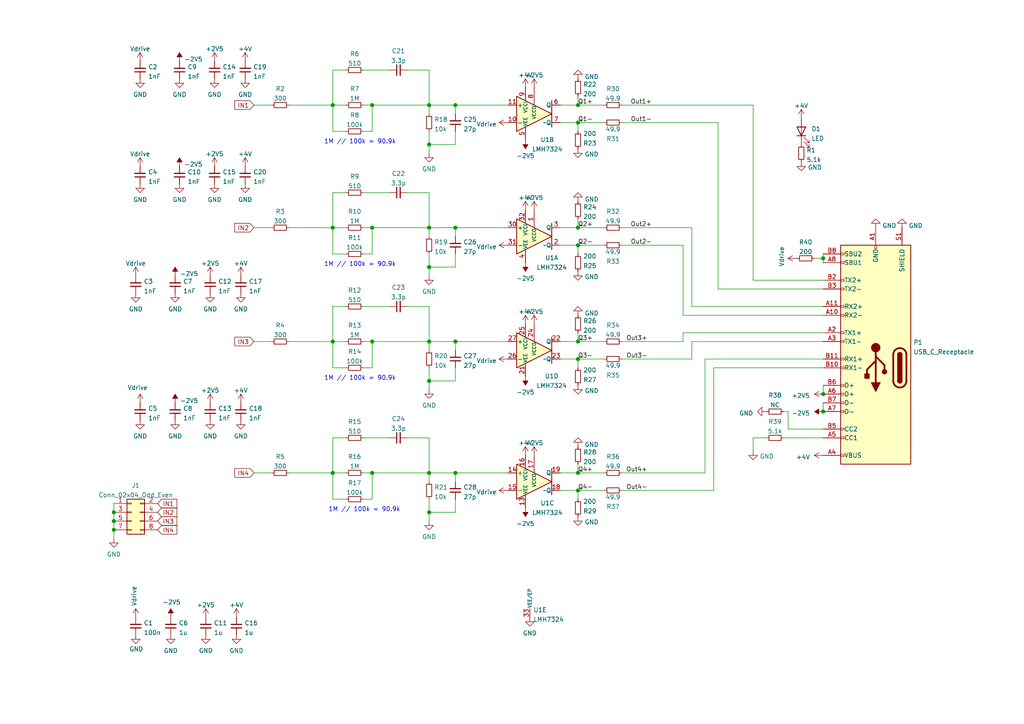
<source format=kicad_sch>
(kicad_sch (version 20210621) (generator eeschema)
  (paper "A4")
  (lib_symbols
    (symbol "Comparator:LMH7324" (pin_names (offset 0.127))
      (property "Reference" "U" (at 1.905 5.715 0))
      (property "Value" "LMH7324" (at 4.445 -5.08 0))
      (symbol "LMH7324_1_1"
        (pin power_in line (at 0 7.62 270) (length 5.08) (name "VCCO") (number "1"))
        (pin output line (at 7.62 -2.54 180) (length 2.54) (name "~Q") (number "2"))
        (pin passive line (at -2.54 -7.62 90) (length 3.81) hide (name "VEE") (number "29"))
        (pin output line (at 7.62 2.54 180) (length 2.54) (name "Q") (number "3"))
        (pin input line (at -7.62 2.54 0) (length 2.54) (name "+") (number "30"))
        (pin input line (at -7.62 -2.54 0) (length 2.54) (name "-") (number "31"))
        (pin power_in line (at -2.54 7.62 270) (length 3.81) (name "VCCI") (number "32"))
        (pin power_in line (at -2.54 -7.62 90) (length 3.81) (name "VEE") (number "4"))
      )
      (symbol "LMH7324_2_1"
        (pin input line (at -7.62 -2.54 0) (length 2.54) (name "-") (number "10"))
        (pin input line (at -7.62 2.54 0) (length 2.54) (name "+") (number "11"))
        (pin passive line (at -2.54 -7.62 90) (length 3.81) hide (name "VEE") (number "12"))
        (pin power_in line (at -2.54 -7.62 90) (length 3.81) (name "VEE") (number "5"))
        (pin output line (at 7.62 2.54 180) (length 2.54) (name "Q") (number "6"))
        (pin output line (at 7.62 -2.54 180) (length 2.54) (name "~Q") (number "7"))
        (pin power_in line (at 0 7.62 270) (length 5.08) (name "VCCO") (number "8"))
        (pin power_in line (at -2.54 7.62 270) (length 3.81) (name "VCCI") (number "9"))
      )
      (symbol "LMH7324_3_1"
        (pin power_in line (at -2.54 -7.62 90) (length 3.81) (name "VEE") (number "13"))
        (pin input line (at -7.62 2.54 0) (length 2.54) (name "+") (number "14"))
        (pin input line (at -7.62 -2.54 0) (length 2.54) (name "-") (number "15"))
        (pin power_in line (at -2.54 7.62 270) (length 3.81) (name "VCCI") (number "16"))
        (pin power_in line (at 0 7.62 270) (length 5.08) (name "VCCO") (number "17"))
        (pin output line (at 7.62 -2.54 180) (length 2.54) (name "~Q") (number "18"))
        (pin output line (at 7.62 2.54 180) (length 2.54) (name "Q") (number "19"))
        (pin passive line (at -2.54 -7.62 90) (length 3.81) hide (name "VEE") (number "20"))
      )
      (symbol "LMH7324_4_1"
        (pin power_in line (at -2.54 -7.62 90) (length 3.81) (name "VEE") (number "21"))
        (pin output line (at 7.62 2.54 180) (length 2.54) (name "Q") (number "22"))
        (pin output line (at 7.62 -2.54 180) (length 2.54) (name "~Q") (number "23"))
        (pin power_in line (at 0 7.62 270) (length 5.08) (name "VCCO") (number "24"))
        (pin power_in line (at -2.54 7.62 270) (length 3.81) (name "VCCI") (number "25"))
        (pin input line (at -7.62 -2.54 0) (length 2.54) (name "-") (number "26"))
        (pin input line (at -7.62 2.54 0) (length 2.54) (name "+") (number "27"))
        (pin passive line (at -2.54 -7.62 90) (length 3.81) hide (name "VEE") (number "28"))
      )
      (symbol "LMH7324_5_1"
        (pin power_in line (at 0 -2.54 90) (length 2.54) (name "VEE/EP") (number "33"))
      )
    )
    (symbol "Connector:USB_C_Receptacle" (pin_names (offset 1.016))
      (property "Reference" "J" (at -10.16 29.21 0))
      (property "Value" "USB_C_Receptacle" (at 10.16 29.21 0))
      (symbol "USB_C_Receptacle_1_1"
        (pin passive line (at 0 -40.64 90) (length 5.08) (name "GND") (number "A1"))
        (pin bidirectional line (at 15.24 -15.24 180) (length 5.08) (name "RX2-") (number "A10"))
        (pin bidirectional line (at 15.24 -17.78 180) (length 5.08) (name "RX2+") (number "A11"))
        (pin passive line (at 0 -40.64 90) (length 5.08) hide (name "GND") (number "A12"))
        (pin bidirectional line (at 15.24 -10.16 180) (length 5.08) (name "TX1+") (number "A2"))
        (pin bidirectional line (at 15.24 -7.62 180) (length 5.08) (name "TX1-") (number "A3"))
        (pin passive line (at 15.24 25.4 180) (length 5.08) (name "VBUS") (number "A4"))
        (pin bidirectional line (at 15.24 20.32 180) (length 5.08) (name "CC1") (number "A5"))
        (pin bidirectional line (at 15.24 7.62 180) (length 5.08) (name "D+") (number "A6"))
        (pin bidirectional line (at 15.24 12.7 180) (length 5.08) (name "D-") (number "A7"))
        (pin bidirectional line (at 15.24 -30.48 180) (length 5.08) (name "SBU1") (number "A8"))
        (pin passive line (at 15.24 25.4 180) (length 5.08) hide (name "VBUS") (number "A9"))
        (pin passive line (at 0 -40.64 90) (length 5.08) hide (name "GND") (number "B1"))
        (pin bidirectional line (at 15.24 0 180) (length 5.08) (name "RX1-") (number "B10"))
        (pin bidirectional line (at 15.24 -2.54 180) (length 5.08) (name "RX1+") (number "B11"))
        (pin passive line (at 0 -40.64 90) (length 5.08) hide (name "GND") (number "B12"))
        (pin bidirectional line (at 15.24 -25.4 180) (length 5.08) (name "TX2+") (number "B2"))
        (pin bidirectional line (at 15.24 -22.86 180) (length 5.08) (name "TX2-") (number "B3"))
        (pin passive line (at 15.24 25.4 180) (length 5.08) hide (name "VBUS") (number "B4"))
        (pin bidirectional line (at 15.24 17.78 180) (length 5.08) (name "CC2") (number "B5"))
        (pin bidirectional line (at 15.24 5.08 180) (length 5.08) (name "D+") (number "B6"))
        (pin bidirectional line (at 15.24 10.16 180) (length 5.08) (name "D-") (number "B7"))
        (pin bidirectional line (at 15.24 -33.02 180) (length 5.08) (name "SBU2") (number "B8"))
        (pin passive line (at 15.24 25.4 180) (length 5.08) hide (name "VBUS") (number "B9"))
        (pin passive line (at -7.62 -40.64 90) (length 5.08) (name "SHIELD") (number "S1"))
      )
    )
    (symbol "Connector_Generic:Conn_02x04_Odd_Even" (pin_names (offset 1.016) hide)
      (property "Reference" "J" (at 1.27 5.08 0))
      (property "Value" "Conn_02x04_Odd_Even" (at 1.27 -7.62 0))
      (symbol "Conn_02x04_Odd_Even_1_1"
        (pin passive line (at -5.08 2.54 0) (length 3.81) (name "Pin_1") (number "1"))
        (pin passive line (at 7.62 2.54 180) (length 3.81) (name "Pin_2") (number "2"))
        (pin passive line (at -5.08 0 0) (length 3.81) (name "Pin_3") (number "3"))
        (pin passive line (at 7.62 0 180) (length 3.81) (name "Pin_4") (number "4"))
        (pin passive line (at -5.08 -2.54 0) (length 3.81) (name "Pin_5") (number "5"))
        (pin passive line (at 7.62 -2.54 180) (length 3.81) (name "Pin_6") (number "6"))
        (pin passive line (at -5.08 -5.08 0) (length 3.81) (name "Pin_7") (number "7"))
        (pin passive line (at 7.62 -5.08 180) (length 3.81) (name "Pin_8") (number "8"))
      )
    )
    (symbol "Device:C_Small" (pin_numbers hide) (pin_names (offset 0.254) hide)
      (property "Reference" "C" (at 0.254 1.778 0))
      (property "Value" "C_Small" (at 0.254 -2.032 0))
      (symbol "C_Small_1_1"
        (pin passive line (at 0 2.54 270) (length 2.032) (name "~") (number "1"))
        (pin passive line (at 0 -2.54 90) (length 2.032) (name "~") (number "2"))
      )
    )
    (symbol "Device:LED" (pin_numbers hide) (pin_names (offset 1.016) hide)
      (property "Reference" "D" (at 0 2.54 0))
      (property "Value" "LED" (at 0 -2.54 0))
      (symbol "LED_1_1"
        (pin passive line (at -3.81 0 0) (length 2.54) (name "K") (number "1"))
        (pin passive line (at 3.81 0 180) (length 2.54) (name "A") (number "2"))
      )
    )
    (symbol "Device:R_Small" (pin_numbers hide) (pin_names (offset 0.254) hide)
      (property "Reference" "R" (at 0.762 0.508 0))
      (property "Value" "R_Small" (at 0.762 -1.016 0))
      (symbol "R_Small_1_1"
        (pin passive line (at 0 2.54 270) (length 0.762) (name "~") (number "1"))
        (pin passive line (at 0 -2.54 90) (length 0.762) (name "~") (number "2"))
      )
    )
    (symbol "power:+2V5" (power) (pin_names (offset 0))
      (property "Value" "+2V5" (at 0 3.556 0))
      (symbol "+2V5_1_1"
        (pin power_in line (at 0 0 90) (length 0) hide (name "+2V5") (number "1"))
      )
    )
    (symbol "power:+4V" (power) (pin_names (offset 0))
      (property "Value" "+4V" (at 0 3.556 0))
      (symbol "+4V_1_1"
        (pin power_in line (at 0 0 90) (length 0) hide (name "+4V") (number "1"))
      )
    )
    (symbol "power:-2V5" (power) (pin_names (offset 0))
      (property "Value" "-2V5" (at 0 3.81 0))
      (symbol "-2V5_0_0"
        (pin power_in line (at 0 0 90) (length 0) hide (name "-2V5") (number "1"))
      )
    )
    (symbol "power:GND" (power) (pin_names (offset 0))
      (property "Value" "GND" (at 0 -3.81 0))
      (symbol "GND_1_1"
        (pin power_in line (at 0 0 270) (length 0) hide (name "GND") (number "1"))
      )
    )
    (symbol "power:Vdrive" (power) (pin_names (offset 0))
      (property "Value" "Vdrive" (at 0 3.81 0))
      (symbol "Vdrive_1_1"
        (pin power_in line (at 0 0 90) (length 0) hide (name "Vdrive") (number "1"))
      )
    )
  )
  (junction (at 33.02 148.59) (diameter 1.016))
  (junction (at 33.02 151.13) (diameter 1.016))
  (junction (at 33.02 153.67) (diameter 1.016))
  (junction (at 96.52 30.48) (diameter 1.016))
  (junction (at 96.52 66.04) (diameter 1.016))
  (junction (at 96.52 99.06) (diameter 1.016))
  (junction (at 96.52 137.16) (diameter 1.016))
  (junction (at 107.95 30.48) (diameter 1.016))
  (junction (at 107.95 66.04) (diameter 1.016))
  (junction (at 107.95 99.06) (diameter 1.016))
  (junction (at 107.95 137.16) (diameter 1.016))
  (junction (at 124.46 30.48) (diameter 1.016))
  (junction (at 124.46 41.91) (diameter 1.016))
  (junction (at 124.46 66.04) (diameter 1.016))
  (junction (at 124.46 77.47) (diameter 1.016))
  (junction (at 124.46 99.06) (diameter 1.016))
  (junction (at 124.46 110.49) (diameter 1.016))
  (junction (at 124.46 137.16) (diameter 1.016))
  (junction (at 124.46 148.59) (diameter 1.016))
  (junction (at 132.08 30.48) (diameter 1.016))
  (junction (at 132.08 66.04) (diameter 1.016))
  (junction (at 132.08 99.06) (diameter 1.016))
  (junction (at 132.08 137.16) (diameter 1.016))
  (junction (at 167.64 30.48) (diameter 1.016))
  (junction (at 167.64 35.56) (diameter 1.016))
  (junction (at 167.64 66.04) (diameter 1.016))
  (junction (at 167.64 71.12) (diameter 1.016))
  (junction (at 167.64 99.06) (diameter 1.016))
  (junction (at 167.64 104.14) (diameter 1.016))
  (junction (at 167.64 137.16) (diameter 1.016))
  (junction (at 167.64 142.24) (diameter 1.016))
  (junction (at 238.76 74.93) (diameter 1.016))
  (junction (at 238.76 114.3) (diameter 1.016))
  (junction (at 238.76 119.38) (diameter 1.016))
  (wire (pts (xy 33.02 146.05) (xy 33.02 148.59)))
  (wire (pts (xy 33.02 148.59) (xy 33.02 151.13)))
  (wire (pts (xy 33.02 151.13) (xy 33.02 153.67)))
  (wire (pts (xy 33.02 153.67) (xy 33.02 156.21)))
  (wire (pts (xy 73.66 30.48) (xy 78.74 30.48)))
  (wire (pts (xy 73.66 66.04) (xy 78.74 66.04)))
  (wire (pts (xy 73.66 99.06) (xy 78.74 99.06)))
  (wire (pts (xy 73.66 137.16) (xy 78.74 137.16)))
  (wire (pts (xy 83.82 30.48) (xy 96.52 30.48)))
  (wire (pts (xy 83.82 66.04) (xy 96.52 66.04)))
  (wire (pts (xy 83.82 99.06) (xy 96.52 99.06)))
  (wire (pts (xy 83.82 137.16) (xy 96.52 137.16)))
  (wire (pts (xy 96.52 20.32) (xy 96.52 30.48)))
  (wire (pts (xy 96.52 30.48) (xy 100.33 30.48)))
  (wire (pts (xy 96.52 38.1) (xy 96.52 30.48)))
  (wire (pts (xy 96.52 55.88) (xy 96.52 66.04)))
  (wire (pts (xy 96.52 66.04) (xy 100.33 66.04)))
  (wire (pts (xy 96.52 73.66) (xy 96.52 66.04)))
  (wire (pts (xy 96.52 88.9) (xy 96.52 99.06)))
  (wire (pts (xy 96.52 99.06) (xy 100.33 99.06)))
  (wire (pts (xy 96.52 106.68) (xy 96.52 99.06)))
  (wire (pts (xy 96.52 127) (xy 96.52 137.16)))
  (wire (pts (xy 96.52 137.16) (xy 100.33 137.16)))
  (wire (pts (xy 96.52 144.78) (xy 96.52 137.16)))
  (wire (pts (xy 100.33 20.32) (xy 96.52 20.32)))
  (wire (pts (xy 100.33 38.1) (xy 96.52 38.1)))
  (wire (pts (xy 100.33 55.88) (xy 96.52 55.88)))
  (wire (pts (xy 100.33 73.66) (xy 96.52 73.66)))
  (wire (pts (xy 100.33 88.9) (xy 96.52 88.9)))
  (wire (pts (xy 100.33 106.68) (xy 96.52 106.68)))
  (wire (pts (xy 100.33 127) (xy 96.52 127)))
  (wire (pts (xy 100.33 144.78) (xy 96.52 144.78)))
  (wire (pts (xy 105.41 20.32) (xy 113.03 20.32)))
  (wire (pts (xy 105.41 30.48) (xy 107.95 30.48)))
  (wire (pts (xy 105.41 38.1) (xy 107.95 38.1)))
  (wire (pts (xy 105.41 55.88) (xy 113.03 55.88)))
  (wire (pts (xy 105.41 66.04) (xy 107.95 66.04)))
  (wire (pts (xy 105.41 73.66) (xy 107.95 73.66)))
  (wire (pts (xy 105.41 88.9) (xy 113.03 88.9)))
  (wire (pts (xy 105.41 99.06) (xy 107.95 99.06)))
  (wire (pts (xy 105.41 106.68) (xy 107.95 106.68)))
  (wire (pts (xy 105.41 127) (xy 113.03 127)))
  (wire (pts (xy 105.41 137.16) (xy 107.95 137.16)))
  (wire (pts (xy 105.41 144.78) (xy 107.95 144.78)))
  (wire (pts (xy 107.95 30.48) (xy 124.46 30.48)))
  (wire (pts (xy 107.95 38.1) (xy 107.95 30.48)))
  (wire (pts (xy 107.95 66.04) (xy 124.46 66.04)))
  (wire (pts (xy 107.95 73.66) (xy 107.95 66.04)))
  (wire (pts (xy 107.95 99.06) (xy 124.46 99.06)))
  (wire (pts (xy 107.95 106.68) (xy 107.95 99.06)))
  (wire (pts (xy 107.95 137.16) (xy 124.46 137.16)))
  (wire (pts (xy 107.95 144.78) (xy 107.95 137.16)))
  (wire (pts (xy 118.11 20.32) (xy 124.46 20.32)))
  (wire (pts (xy 118.11 55.88) (xy 124.46 55.88)))
  (wire (pts (xy 118.11 88.9) (xy 124.46 88.9)))
  (wire (pts (xy 118.11 127) (xy 124.46 127)))
  (wire (pts (xy 124.46 20.32) (xy 124.46 30.48)))
  (wire (pts (xy 124.46 30.48) (xy 124.46 33.02)))
  (wire (pts (xy 124.46 30.48) (xy 132.08 30.48)))
  (wire (pts (xy 124.46 38.1) (xy 124.46 41.91)))
  (wire (pts (xy 124.46 41.91) (xy 124.46 44.45)))
  (wire (pts (xy 124.46 41.91) (xy 132.08 41.91)))
  (wire (pts (xy 124.46 55.88) (xy 124.46 66.04)))
  (wire (pts (xy 124.46 66.04) (xy 124.46 68.58)))
  (wire (pts (xy 124.46 66.04) (xy 132.08 66.04)))
  (wire (pts (xy 124.46 73.66) (xy 124.46 77.47)))
  (wire (pts (xy 124.46 77.47) (xy 124.46 80.01)))
  (wire (pts (xy 124.46 77.47) (xy 132.08 77.47)))
  (wire (pts (xy 124.46 88.9) (xy 124.46 99.06)))
  (wire (pts (xy 124.46 99.06) (xy 124.46 101.6)))
  (wire (pts (xy 124.46 99.06) (xy 132.08 99.06)))
  (wire (pts (xy 124.46 106.68) (xy 124.46 110.49)))
  (wire (pts (xy 124.46 110.49) (xy 124.46 113.03)))
  (wire (pts (xy 124.46 110.49) (xy 132.08 110.49)))
  (wire (pts (xy 124.46 127) (xy 124.46 137.16)))
  (wire (pts (xy 124.46 137.16) (xy 124.46 139.7)))
  (wire (pts (xy 124.46 137.16) (xy 132.08 137.16)))
  (wire (pts (xy 124.46 144.78) (xy 124.46 148.59)))
  (wire (pts (xy 124.46 148.59) (xy 124.46 151.13)))
  (wire (pts (xy 124.46 148.59) (xy 132.08 148.59)))
  (wire (pts (xy 132.08 30.48) (xy 132.08 33.02)))
  (wire (pts (xy 132.08 30.48) (xy 147.32 30.48)))
  (wire (pts (xy 132.08 38.1) (xy 132.08 41.91)))
  (wire (pts (xy 132.08 66.04) (xy 132.08 68.58)))
  (wire (pts (xy 132.08 66.04) (xy 147.32 66.04)))
  (wire (pts (xy 132.08 73.66) (xy 132.08 77.47)))
  (wire (pts (xy 132.08 99.06) (xy 132.08 101.6)))
  (wire (pts (xy 132.08 99.06) (xy 147.32 99.06)))
  (wire (pts (xy 132.08 106.68) (xy 132.08 110.49)))
  (wire (pts (xy 132.08 137.16) (xy 132.08 139.7)))
  (wire (pts (xy 132.08 137.16) (xy 147.32 137.16)))
  (wire (pts (xy 132.08 144.78) (xy 132.08 148.59)))
  (wire (pts (xy 162.56 30.48) (xy 167.64 30.48)))
  (wire (pts (xy 162.56 35.56) (xy 167.64 35.56)))
  (wire (pts (xy 162.56 66.04) (xy 167.64 66.04)))
  (wire (pts (xy 162.56 71.12) (xy 167.64 71.12)))
  (wire (pts (xy 162.56 99.06) (xy 167.64 99.06)))
  (wire (pts (xy 162.56 104.14) (xy 167.64 104.14)))
  (wire (pts (xy 162.56 137.16) (xy 167.64 137.16)))
  (wire (pts (xy 162.56 142.24) (xy 167.64 142.24)))
  (wire (pts (xy 167.64 27.94) (xy 167.64 30.48)))
  (wire (pts (xy 167.64 30.48) (xy 175.26 30.48)))
  (wire (pts (xy 167.64 35.56) (xy 167.64 38.1)))
  (wire (pts (xy 167.64 35.56) (xy 175.26 35.56)))
  (wire (pts (xy 167.64 63.5) (xy 167.64 66.04)))
  (wire (pts (xy 167.64 66.04) (xy 175.26 66.04)))
  (wire (pts (xy 167.64 71.12) (xy 167.64 73.66)))
  (wire (pts (xy 167.64 71.12) (xy 175.26 71.12)))
  (wire (pts (xy 167.64 96.52) (xy 167.64 99.06)))
  (wire (pts (xy 167.64 99.06) (xy 175.26 99.06)))
  (wire (pts (xy 167.64 104.14) (xy 167.64 106.68)))
  (wire (pts (xy 167.64 104.14) (xy 175.26 104.14)))
  (wire (pts (xy 167.64 134.62) (xy 167.64 137.16)))
  (wire (pts (xy 167.64 137.16) (xy 175.26 137.16)))
  (wire (pts (xy 167.64 142.24) (xy 167.64 144.78)))
  (wire (pts (xy 167.64 142.24) (xy 175.26 142.24)))
  (wire (pts (xy 180.34 30.48) (xy 218.44 30.48)))
  (wire (pts (xy 180.34 66.04) (xy 200.66 66.04)))
  (wire (pts (xy 180.34 99.06) (xy 198.12 99.06)))
  (wire (pts (xy 180.34 137.16) (xy 204.47 137.16)))
  (wire (pts (xy 198.12 71.12) (xy 180.34 71.12)))
  (wire (pts (xy 198.12 91.44) (xy 198.12 71.12)))
  (wire (pts (xy 198.12 96.52) (xy 238.76 96.52)))
  (wire (pts (xy 198.12 99.06) (xy 198.12 96.52)))
  (wire (pts (xy 200.66 66.04) (xy 200.66 88.9)))
  (wire (pts (xy 200.66 88.9) (xy 238.76 88.9)))
  (wire (pts (xy 200.66 99.06) (xy 200.66 104.14)))
  (wire (pts (xy 200.66 104.14) (xy 180.34 104.14)))
  (wire (pts (xy 204.47 104.14) (xy 238.76 104.14)))
  (wire (pts (xy 204.47 137.16) (xy 204.47 104.14)))
  (wire (pts (xy 207.01 106.68) (xy 207.01 142.24)))
  (wire (pts (xy 207.01 142.24) (xy 180.34 142.24)))
  (wire (pts (xy 208.28 35.56) (xy 180.34 35.56)))
  (wire (pts (xy 208.28 83.82) (xy 208.28 35.56)))
  (wire (pts (xy 218.44 30.48) (xy 218.44 81.28)))
  (wire (pts (xy 218.44 81.28) (xy 238.76 81.28)))
  (wire (pts (xy 218.44 127) (xy 222.25 127)))
  (wire (pts (xy 218.44 130.81) (xy 218.44 127)))
  (wire (pts (xy 227.33 119.38) (xy 228.6 119.38)))
  (wire (pts (xy 227.33 127) (xy 238.76 127)))
  (wire (pts (xy 228.6 119.38) (xy 228.6 124.46)))
  (wire (pts (xy 228.6 124.46) (xy 238.76 124.46)))
  (wire (pts (xy 236.22 74.93) (xy 238.76 74.93)))
  (wire (pts (xy 238.76 73.66) (xy 238.76 74.93)))
  (wire (pts (xy 238.76 74.93) (xy 238.76 76.2)))
  (wire (pts (xy 238.76 83.82) (xy 208.28 83.82)))
  (wire (pts (xy 238.76 91.44) (xy 198.12 91.44)))
  (wire (pts (xy 238.76 99.06) (xy 200.66 99.06)))
  (wire (pts (xy 238.76 106.68) (xy 207.01 106.68)))
  (wire (pts (xy 238.76 111.76) (xy 238.76 114.3)))
  (wire (pts (xy 238.76 116.84) (xy 238.76 119.38)))
  (text "1M // 100k = 90.9k" (at 93.98 41.91 0) (effects (font (size 1.27 1.27)) (justify left bottom)))
  (text "1M // 100k = 90.9k" (at 93.98 77.47 0) (effects (font (size 1.27 1.27)) (justify left bottom)))
  (text "1M // 100k = 90.9k" (at 93.98 110.49 0) (effects (font (size 1.27 1.27)) (justify left bottom)))
  (text "1M // 100k = 90.9k" (at 95.25 148.59 0) (effects (font (size 1.27 1.27)) (justify left bottom)))
  (label "Q1+" (at 167.64 30.48 0))
  (label "Q1-" (at 167.64 35.56 0))
  (label "Q2+" (at 167.64 66.04 0))
  (label "Q2-" (at 167.64 71.12 0))
  (label "Q3+" (at 167.64 99.06 0))
  (label "Q3-" (at 167.64 104.14 0))
  (label "Q4+" (at 167.64 137.16 0))
  (label "Q4-" (at 167.64 142.24 0))
  (label "Out4+" (at 181.5827 137.16 0))
  (label "Out3+" (at 181.61 99.06 0))
  (label "Out4-" (at 181.61 142.24 0))
  (label "Out3-" (at 181.6373 104.14 0))
  (label "Out1+" (at 182.88 30.48 0))
  (label "Out2+" (at 182.88 66.04 0))
  (label "Out1-" (at 182.9073 35.56 0))
  (label "Out2-" (at 182.9073 71.12 0))
  (global_label "IN1" (shape input) (at 45.72 146.05 0) (property "Intersheet References" "${INTERSHEET_REFS}" (effects hide)))
  (global_label "IN2" (shape input) (at 45.72 148.59 0) (property "Intersheet References" "${INTERSHEET_REFS}" (effects hide)))
  (global_label "IN3" (shape input) (at 45.72 151.13 0) (property "Intersheet References" "${INTERSHEET_REFS}" (effects hide)))
  (global_label "IN4" (shape input) (at 45.72 153.67 0) (property "Intersheet References" "${INTERSHEET_REFS}" (effects hide)))
  (global_label "IN1" (shape input) (at 73.66 30.48 180) (property "Intersheet References" "${INTERSHEET_REFS}" (effects hide)))
  (global_label "IN2" (shape input) (at 73.66 66.04 180) (property "Intersheet References" "${INTERSHEET_REFS}" (effects hide)))
  (global_label "IN3" (shape input) (at 73.66 99.06 180) (property "Intersheet References" "${INTERSHEET_REFS}" (effects hide)))
  (global_label "IN4" (shape input) (at 73.66 137.16 180) (property "Intersheet References" "${INTERSHEET_REFS}" (effects hide)))
  (symbol (lib_id "Comparator:LMH7324") (at 153.67 176.53 0) (unit 5)
    (property "Reference" "U1" (at 154.6861 176.8915 0) (effects (justify left)))
    (property "Value" "LMH7324" (at 154.6861 179.6666 0) (effects (justify left)))
    (property "Footprint" "Package_DFN_QFN:WQFN-32-1EP_5x5mm_P0.5mm_EP3.1x3.1mm" (effects hide))
    (property "Datasheet" "http://www.ti.com/lit/ds/symlink/lmh7324.pdf" (effects hide))
  )
  (symbol (lib_id "power:Vdrive") (at 39.37 80.01 0) (unit 1)
    (property "Reference" "#PWR0138" (effects hide))
    (property "Value" "Vdrive" (at 39.37 76.4054 0))
  )
  (symbol (lib_id "power:Vdrive") (at 39.37 179.07 0) (unit 1)
    (property "Reference" "#PWR0125" (effects hide))
    (property "Value" "Vdrive" (at 38.891 169.9261 90) (effects (justify right)))
  )
  (symbol (lib_id "power:Vdrive") (at 40.64 17.78 0) (unit 1)
    (property "Reference" "#PWR0154" (effects hide))
    (property "Value" "Vdrive" (at 40.64 14.1754 0))
  )
  (symbol (lib_id "power:Vdrive") (at 40.64 48.26 0) (unit 1)
    (property "Reference" "#PWR0158" (effects hide))
    (property "Value" "Vdrive" (at 40.64 44.6554 0))
  )
  (symbol (lib_id "power:Vdrive") (at 40.64 116.84 0) (unit 1)
    (property "Reference" "#PWR0141" (effects hide))
    (property "Value" "Vdrive" (at 36.9571 112.4295 0) (effects (justify left)))
  )
  (symbol (lib_id "power:-2V5") (at 49.53 179.07 0) (unit 1)
    (property "Reference" "#PWR0122" (effects hide))
    (property "Value" "-2V5" (at 47.1171 174.6595 0) (effects (justify left)))
  )
  (symbol (lib_id "power:-2V5") (at 50.8 80.01 0) (unit 1)
    (property "Reference" "#PWR0135" (effects hide))
    (property "Value" "-2V5" (at 52.1971 79.4095 0) (effects (justify left)))
  )
  (symbol (lib_id "power:-2V5") (at 50.8 116.84 0) (unit 1)
    (property "Reference" "#PWR0127" (effects hide))
    (property "Value" "-2V5" (at 52.1971 116.2395 0) (effects (justify left)))
  )
  (symbol (lib_id "power:-2V5") (at 52.07 17.78 0) (unit 1)
    (property "Reference" "#PWR0150" (effects hide))
    (property "Value" "-2V5" (at 53.4671 17.1795 0) (effects (justify left)))
  )
  (symbol (lib_id "power:-2V5") (at 52.07 48.26 0) (unit 1)
    (property "Reference" "#PWR0157" (effects hide))
    (property "Value" "-2V5" (at 53.4671 47.6595 0) (effects (justify left)))
  )
  (symbol (lib_id "power:+2V5") (at 59.69 179.07 0) (unit 1)
    (property "Reference" "#PWR0121" (effects hide))
    (property "Value" "+2V5" (at 59.69 175.4654 0))
  )
  (symbol (lib_id "power:+2V5") (at 60.96 80.01 0) (unit 1)
    (property "Reference" "#PWR0134" (effects hide))
    (property "Value" "+2V5" (at 60.96 76.4054 0))
  )
  (symbol (lib_id "power:+2V5") (at 60.96 116.84 0) (unit 1)
    (property "Reference" "#PWR0130" (effects hide))
    (property "Value" "+2V5" (at 60.96 113.2354 0))
  )
  (symbol (lib_id "power:+2V5") (at 62.23 17.78 0) (unit 1)
    (property "Reference" "#PWR0149" (effects hide))
    (property "Value" "+2V5" (at 62.23 14.1754 0))
  )
  (symbol (lib_id "power:+2V5") (at 62.23 48.26 0) (unit 1)
    (property "Reference" "#PWR0156" (effects hide))
    (property "Value" "+2V5" (at 62.23 44.6554 0))
  )
  (symbol (lib_id "power:+4V") (at 68.58 179.07 0) (unit 1)
    (property "Reference" "#PWR0119" (effects hide))
    (property "Value" "+4V" (at 68.58 175.4654 0))
  )
  (symbol (lib_id "power:+4V") (at 69.85 80.01 0) (unit 1)
    (property "Reference" "#PWR0132" (effects hide))
    (property "Value" "+4V" (at 69.85 76.4054 0))
  )
  (symbol (lib_id "power:+4V") (at 69.85 116.84 0) (unit 1)
    (property "Reference" "#PWR0129" (effects hide))
    (property "Value" "+4V" (at 69.85 113.2354 0))
  )
  (symbol (lib_id "power:+4V") (at 71.12 17.78 0) (unit 1)
    (property "Reference" "#PWR0147" (effects hide))
    (property "Value" "+4V" (at 71.12 14.1754 0))
  )
  (symbol (lib_id "power:+4V") (at 71.12 48.26 0) (unit 1)
    (property "Reference" "#PWR0155" (effects hide))
    (property "Value" "+4V" (at 71.12 44.6554 0))
  )
  (symbol (lib_id "power:Vdrive") (at 147.32 35.56 90) (unit 1)
    (property "Reference" "#PWR0161" (effects hide))
    (property "Value" "Vdrive" (at 138.1761 36.039 90) (effects (justify right)))
  )
  (symbol (lib_id "power:Vdrive") (at 147.32 71.12 90) (unit 1)
    (property "Reference" "#PWR0101" (effects hide))
    (property "Value" "Vdrive" (at 138.1761 71.599 90) (effects (justify right)))
  )
  (symbol (lib_id "power:Vdrive") (at 147.32 104.14 90) (unit 1)
    (property "Reference" "#PWR0105" (effects hide))
    (property "Value" "Vdrive" (at 138.1761 104.619 90) (effects (justify right)))
  )
  (symbol (lib_id "power:Vdrive") (at 147.32 142.24 90) (unit 1)
    (property "Reference" "#PWR0110" (effects hide))
    (property "Value" "Vdrive" (at 138.1761 142.719 90) (effects (justify right)))
  )
  (symbol (lib_id "power:+4V") (at 152.4 25.4 0) (unit 1)
    (property "Reference" "#PWR0163" (effects hide))
    (property "Value" "+4V" (at 152.4 21.7954 0))
  )
  (symbol (lib_id "power:-2V5") (at 152.4 40.64 180) (unit 1)
    (property "Reference" "#PWR0160" (effects hide))
    (property "Value" "-2V5" (at 152.4 45.2026 0))
  )
  (symbol (lib_id "power:+4V") (at 152.4 60.96 0) (unit 1)
    (property "Reference" "#PWR0166" (effects hide))
    (property "Value" "+4V" (at 152.4 57.3554 0))
  )
  (symbol (lib_id "power:-2V5") (at 152.4 76.2 180) (unit 1)
    (property "Reference" "#PWR0145" (effects hide))
    (property "Value" "-2V5" (at 152.4 80.7626 0))
  )
  (symbol (lib_id "power:+4V") (at 152.4 93.98 0) (unit 1)
    (property "Reference" "#PWR0144" (effects hide))
    (property "Value" "+4V" (at 152.4 90.3754 0))
  )
  (symbol (lib_id "power:-2V5") (at 152.4 109.22 180) (unit 1)
    (property "Reference" "#PWR0104" (effects hide))
    (property "Value" "-2V5" (at 152.4 113.7826 0))
  )
  (symbol (lib_id "power:+4V") (at 152.4 132.08 0) (unit 1)
    (property "Reference" "#PWR0107" (effects hide))
    (property "Value" "+4V" (at 152.4 128.4754 0))
  )
  (symbol (lib_id "power:-2V5") (at 152.4 147.32 180) (unit 1)
    (property "Reference" "#PWR0111" (effects hide))
    (property "Value" "-2V5" (at 152.4 151.8826 0))
  )
  (symbol (lib_id "power:+2V5") (at 154.94 25.4 0) (unit 1)
    (property "Reference" "#PWR0162" (effects hide))
    (property "Value" "+2V5" (at 154.94 21.7954 0))
  )
  (symbol (lib_id "power:+2V5") (at 154.94 60.96 0) (unit 1)
    (property "Reference" "#PWR0167" (effects hide))
    (property "Value" "+2V5" (at 154.94 57.3554 0))
  )
  (symbol (lib_id "power:+2V5") (at 154.94 93.98 0) (unit 1)
    (property "Reference" "#PWR0146" (effects hide))
    (property "Value" "+2V5" (at 154.94 90.3754 0))
  )
  (symbol (lib_id "power:+2V5") (at 154.94 132.08 0) (unit 1)
    (property "Reference" "#PWR0108" (effects hide))
    (property "Value" "+2V5" (at 154.94 128.4754 0))
  )
  (symbol (lib_id "power:Vdrive") (at 231.14 74.93 90) (unit 1)
    (property "Reference" "#PWR0172" (effects hide))
    (property "Value" "Vdrive" (at 226.7295 77.3429 0) (effects (justify left)))
  )
  (symbol (lib_id "power:+4V") (at 232.41 34.29 0) (unit 1)
    (property "Reference" "#PWR0115" (effects hide))
    (property "Value" "+4V" (at 232.41 30.6854 0))
  )
  (symbol (lib_id "power:+2V5") (at 238.76 114.3 90) (unit 1)
    (property "Reference" "#PWR0173" (effects hide))
    (property "Value" "+2V5" (at 229.6161 114.779 90) (effects (justify right)))
  )
  (symbol (lib_id "power:-2V5") (at 238.76 119.38 90) (unit 1)
    (property "Reference" "#PWR0174" (effects hide))
    (property "Value" "-2V5" (at 229.6161 119.859 90) (effects (justify right)))
  )
  (symbol (lib_id "power:+4V") (at 238.76 132.08 90) (unit 1)
    (property "Reference" "#PWR0175" (effects hide))
    (property "Value" "+4V" (at 230.8861 132.559 90) (effects (justify right)))
  )
  (symbol (lib_id "power:GND") (at 33.02 156.21 0) (unit 1)
    (property "Reference" "#PWR0180" (effects hide))
    (property "Value" "GND" (at 33.02 160.7726 0))
  )
  (symbol (lib_id "power:GND") (at 39.37 85.09 0) (unit 1)
    (property "Reference" "#PWR0139" (effects hide))
    (property "Value" "GND" (at 39.37 89.6526 0))
  )
  (symbol (lib_id "power:GND") (at 39.37 184.15 0) (unit 1)
    (property "Reference" "#PWR0124" (effects hide))
    (property "Value" "GND" (at 37.4651 188.2485 0) (effects (justify left)))
  )
  (symbol (lib_id "power:GND") (at 40.64 22.86 0) (unit 1)
    (property "Reference" "#PWR0153" (effects hide))
    (property "Value" "GND" (at 40.64 27.4226 0))
  )
  (symbol (lib_id "power:GND") (at 40.64 53.34 0) (unit 1)
    (property "Reference" "#PWR0159" (effects hide))
    (property "Value" "GND" (at 40.64 57.9026 0))
  )
  (symbol (lib_id "power:GND") (at 40.64 121.92 0) (unit 1)
    (property "Reference" "#PWR0140" (effects hide))
    (property "Value" "GND" (at 40.64 126.4826 0))
  )
  (symbol (lib_id "power:GND") (at 49.53 184.15 0) (unit 1)
    (property "Reference" "#PWR0123" (effects hide))
    (property "Value" "GND" (at 49.53 188.7126 0))
  )
  (symbol (lib_id "power:GND") (at 50.8 85.09 0) (unit 1)
    (property "Reference" "#PWR0136" (effects hide))
    (property "Value" "GND" (at 50.8 89.6526 0))
  )
  (symbol (lib_id "power:GND") (at 50.8 121.92 0) (unit 1)
    (property "Reference" "#PWR0128" (effects hide))
    (property "Value" "GND" (at 50.8 126.4826 0))
  )
  (symbol (lib_id "power:GND") (at 52.07 22.86 0) (unit 1)
    (property "Reference" "#PWR0152" (effects hide))
    (property "Value" "GND" (at 52.07 27.4226 0))
  )
  (symbol (lib_id "power:GND") (at 52.07 53.34 0) (unit 1)
    (property "Reference" "#PWR0137" (effects hide))
    (property "Value" "GND" (at 52.07 57.9026 0))
  )
  (symbol (lib_id "power:GND") (at 59.69 184.15 0) (unit 1)
    (property "Reference" "#PWR0120" (effects hide))
    (property "Value" "GND" (at 59.69 188.7126 0))
  )
  (symbol (lib_id "power:GND") (at 60.96 85.09 0) (unit 1)
    (property "Reference" "#PWR0133" (effects hide))
    (property "Value" "GND" (at 60.96 89.6526 0))
  )
  (symbol (lib_id "power:GND") (at 60.96 121.92 0) (unit 1)
    (property "Reference" "#PWR0116" (effects hide))
    (property "Value" "GND" (at 60.96 126.4826 0))
  )
  (symbol (lib_id "power:GND") (at 62.23 22.86 0) (unit 1)
    (property "Reference" "#PWR0151" (effects hide))
    (property "Value" "GND" (at 62.23 27.4226 0))
  )
  (symbol (lib_id "power:GND") (at 62.23 53.34 0) (unit 1)
    (property "Reference" "#PWR0103" (effects hide))
    (property "Value" "GND" (at 62.23 57.9026 0))
  )
  (symbol (lib_id "power:GND") (at 68.58 184.15 0) (unit 1)
    (property "Reference" "#PWR0118" (effects hide))
    (property "Value" "GND" (at 68.58 188.7126 0))
  )
  (symbol (lib_id "power:GND") (at 69.85 85.09 0) (unit 1)
    (property "Reference" "#PWR0131" (effects hide))
    (property "Value" "GND" (at 69.85 89.6526 0))
  )
  (symbol (lib_id "power:GND") (at 69.85 121.92 0) (unit 1)
    (property "Reference" "#PWR0117" (effects hide))
    (property "Value" "GND" (at 69.85 126.4826 0))
  )
  (symbol (lib_id "power:GND") (at 71.12 22.86 0) (unit 1)
    (property "Reference" "#PWR0148" (effects hide))
    (property "Value" "GND" (at 71.12 27.4226 0))
  )
  (symbol (lib_id "power:GND") (at 71.12 53.34 0) (unit 1)
    (property "Reference" "#PWR0102" (effects hide))
    (property "Value" "GND" (at 71.12 57.9026 0))
  )
  (symbol (lib_id "power:GND") (at 124.46 44.45 0) (unit 1)
    (property "Reference" "#PWR0142" (effects hide))
    (property "Value" "GND" (at 124.46 49.0126 0))
  )
  (symbol (lib_id "power:GND") (at 124.46 80.01 0) (unit 1)
    (property "Reference" "#PWR0143" (effects hide))
    (property "Value" "GND" (at 124.46 84.5726 0))
  )
  (symbol (lib_id "power:GND") (at 124.46 113.03 0) (unit 1)
    (property "Reference" "#PWR0106" (effects hide))
    (property "Value" "GND" (at 124.46 117.5926 0))
  )
  (symbol (lib_id "power:GND") (at 124.46 151.13 0) (unit 1)
    (property "Reference" "#PWR0109" (effects hide))
    (property "Value" "GND" (at 124.46 155.6926 0))
  )
  (symbol (lib_id "power:GND") (at 153.67 179.07 0) (unit 1)
    (property "Reference" "#PWR0112" (effects hide))
    (property "Value" "GND" (at 153.67 183.6326 0))
  )
  (symbol (lib_id "power:GND") (at 167.64 22.86 180) (unit 1)
    (property "Reference" "#PWR0164" (effects hide))
    (property "Value" "GND" (at 169.5451 22.2595 0) (effects (justify right)))
  )
  (symbol (lib_id "power:GND") (at 167.64 43.18 0) (unit 1)
    (property "Reference" "#PWR0165" (effects hide))
    (property "Value" "GND" (at 169.5451 44.7385 0) (effects (justify left)))
  )
  (symbol (lib_id "power:GND") (at 167.64 58.42 180) (unit 1)
    (property "Reference" "#PWR0168" (effects hide))
    (property "Value" "GND" (at 169.5451 57.8195 0) (effects (justify right)))
  )
  (symbol (lib_id "power:GND") (at 167.64 78.74 0) (unit 1)
    (property "Reference" "#PWR0171" (effects hide))
    (property "Value" "GND" (at 169.5451 80.2985 0) (effects (justify left)))
  )
  (symbol (lib_id "power:GND") (at 167.64 91.44 180) (unit 1)
    (property "Reference" "#PWR0169" (effects hide))
    (property "Value" "GND" (at 169.5451 90.8395 0) (effects (justify right)))
  )
  (symbol (lib_id "power:GND") (at 167.64 111.76 0) (unit 1)
    (property "Reference" "#PWR0170" (effects hide))
    (property "Value" "GND" (at 169.5451 113.3185 0) (effects (justify left)))
  )
  (symbol (lib_id "power:GND") (at 167.64 129.54 180) (unit 1)
    (property "Reference" "#PWR0114" (effects hide))
    (property "Value" "GND" (at 169.5451 128.9395 0) (effects (justify right)))
  )
  (symbol (lib_id "power:GND") (at 167.64 149.86 0) (unit 1)
    (property "Reference" "#PWR0113" (effects hide))
    (property "Value" "GND" (at 169.5451 151.4185 0) (effects (justify left)))
  )
  (symbol (lib_id "power:GND") (at 218.44 130.81 0) (unit 1)
    (property "Reference" "#PWR0178" (effects hide))
    (property "Value" "GND" (at 220.3451 132.3685 0) (effects (justify left)))
  )
  (symbol (lib_id "power:GND") (at 222.25 119.38 270) (unit 1)
    (property "Reference" "#PWR0179" (effects hide))
    (property "Value" "GND" (at 214.3761 119.859 90) (effects (justify left)))
  )
  (symbol (lib_id "power:GND") (at 232.41 46.99 0) (unit 1)
    (property "Reference" "#PWR0126" (effects hide))
    (property "Value" "GND" (at 234.3151 48.5485 0) (effects (justify left)))
  )
  (symbol (lib_id "power:GND") (at 254 66.04 180) (unit 1)
    (property "Reference" "#PWR0176" (effects hide))
    (property "Value" "GND" (at 255.9051 65.4395 0) (effects (justify right)))
  )
  (symbol (lib_id "power:GND") (at 261.62 66.04 180) (unit 1)
    (property "Reference" "#PWR0177" (effects hide))
    (property "Value" "GND" (at 263.5251 65.4395 0) (effects (justify right)))
  )
  (symbol (lib_id "Device:R_Small") (at 81.28 30.48 90) (unit 1)
    (property "Reference" "R2" (at 81.28 25.7768 90))
    (property "Value" "300" (at 81.28 28.5519 90))
    (property "Footprint" "lc:0402_R" (effects hide))
  )
  (symbol (lib_id "Device:R_Small") (at 81.28 66.04 90) (unit 1)
    (property "Reference" "R3" (at 81.28 61.3368 90))
    (property "Value" "300" (at 81.28 64.1119 90))
    (property "Footprint" "lc:0402_R" (effects hide))
  )
  (symbol (lib_id "Device:R_Small") (at 81.28 99.06 90) (unit 1)
    (property "Reference" "R4" (at 81.28 94.3568 90))
    (property "Value" "300" (at 81.28 97.1319 90))
    (property "Footprint" "lc:0402_R" (effects hide))
  )
  (symbol (lib_id "Device:R_Small") (at 81.28 137.16 90) (unit 1)
    (property "Reference" "R5" (at 81.28 132.4568 90))
    (property "Value" "300" (at 81.28 135.2319 90))
    (property "Footprint" "lc:0402_R" (effects hide))
  )
  (symbol (lib_id "Device:R_Small") (at 102.87 20.32 90) (unit 1)
    (property "Reference" "R6" (at 102.87 15.6168 90))
    (property "Value" "510" (at 102.87 18.3919 90))
    (property "Footprint" "lc:0402_R" (effects hide))
  )
  (symbol (lib_id "Device:R_Small") (at 102.87 30.48 90) (unit 1)
    (property "Reference" "R7" (at 102.87 25.7768 90))
    (property "Value" "1M" (at 102.87 28.5519 90))
    (property "Footprint" "lc:0402_R" (effects hide))
  )
  (symbol (lib_id "Device:R_Small") (at 102.87 38.1 90) (unit 1)
    (property "Reference" "R8" (at 102.87 33.3968 90))
    (property "Value" "100k" (at 102.87 36.1719 90))
    (property "Footprint" "lc:0402_R" (effects hide))
  )
  (symbol (lib_id "Device:R_Small") (at 102.87 55.88 90) (unit 1)
    (property "Reference" "R9" (at 102.87 51.1768 90))
    (property "Value" "510" (at 102.87 53.9519 90))
    (property "Footprint" "lc:0402_R" (effects hide))
  )
  (symbol (lib_id "Device:R_Small") (at 102.87 66.04 90) (unit 1)
    (property "Reference" "R10" (at 102.87 61.3368 90))
    (property "Value" "1M" (at 102.87 64.1119 90))
    (property "Footprint" "lc:0402_R" (effects hide))
  )
  (symbol (lib_id "Device:R_Small") (at 102.87 73.66 90) (unit 1)
    (property "Reference" "R11" (at 102.87 68.9568 90))
    (property "Value" "100k" (at 102.87 71.7319 90))
    (property "Footprint" "lc:0402_R" (effects hide))
  )
  (symbol (lib_id "Device:R_Small") (at 102.87 88.9 90) (unit 1)
    (property "Reference" "R12" (at 102.87 84.1968 90))
    (property "Value" "510" (at 102.87 86.9719 90))
    (property "Footprint" "lc:0402_R" (effects hide))
  )
  (symbol (lib_id "Device:R_Small") (at 102.87 99.06 90) (unit 1)
    (property "Reference" "R13" (at 102.87 94.3568 90))
    (property "Value" "1M" (at 102.87 97.1319 90))
    (property "Footprint" "lc:0402_R" (effects hide))
  )
  (symbol (lib_id "Device:R_Small") (at 102.87 106.68 90) (unit 1)
    (property "Reference" "R14" (at 102.87 101.9768 90))
    (property "Value" "100k" (at 102.87 104.7519 90))
    (property "Footprint" "lc:0402_R" (effects hide))
  )
  (symbol (lib_id "Device:R_Small") (at 102.87 127 90) (unit 1)
    (property "Reference" "R15" (at 102.87 122.2968 90))
    (property "Value" "510" (at 102.87 125.0719 90))
    (property "Footprint" "lc:0402_R" (effects hide))
  )
  (symbol (lib_id "Device:R_Small") (at 102.87 137.16 90) (unit 1)
    (property "Reference" "R16" (at 102.87 132.4568 90))
    (property "Value" "1M" (at 102.87 135.2319 90))
    (property "Footprint" "lc:0402_R" (effects hide))
  )
  (symbol (lib_id "Device:R_Small") (at 102.87 144.78 90) (unit 1)
    (property "Reference" "R17" (at 102.87 140.0768 90))
    (property "Value" "100k" (at 102.87 142.8519 90))
    (property "Footprint" "lc:0402_R" (effects hide))
  )
  (symbol (lib_id "Device:R_Small") (at 124.46 35.56 180) (unit 1)
    (property "Reference" "R18" (at 125.9587 34.6515 0) (effects (justify right)))
    (property "Value" "10k" (at 125.9587 37.4266 0) (effects (justify right)))
    (property "Footprint" "lc:0402_R" (effects hide))
  )
  (symbol (lib_id "Device:R_Small") (at 124.46 71.12 180) (unit 1)
    (property "Reference" "R19" (at 125.9587 70.2115 0) (effects (justify right)))
    (property "Value" "10k" (at 125.9587 72.9866 0) (effects (justify right)))
    (property "Footprint" "lc:0402_R" (effects hide))
  )
  (symbol (lib_id "Device:R_Small") (at 124.46 104.14 180) (unit 1)
    (property "Reference" "R20" (at 125.9587 103.2315 0) (effects (justify right)))
    (property "Value" "10k" (at 125.9587 106.0066 0) (effects (justify right)))
    (property "Footprint" "lc:0402_R" (effects hide))
  )
  (symbol (lib_id "Device:R_Small") (at 124.46 142.24 180) (unit 1)
    (property "Reference" "R21" (at 125.9587 141.3315 0) (effects (justify right)))
    (property "Value" "10k" (at 125.9587 144.1066 0) (effects (justify right)))
    (property "Footprint" "lc:0402_R" (effects hide))
  )
  (symbol (lib_id "Device:R_Small") (at 167.64 25.4 0) (unit 1)
    (property "Reference" "R22" (at 169.1387 24.4915 0) (effects (justify left)))
    (property "Value" "200" (at 169.1387 27.2666 0) (effects (justify left)))
    (property "Footprint" "lc:0402_R" (effects hide))
  )
  (symbol (lib_id "Device:R_Small") (at 167.64 40.64 0) (mirror x) (unit 1)
    (property "Reference" "R23" (at 169.1387 41.5485 0) (effects (justify left)))
    (property "Value" "200" (at 169.1387 38.7734 0) (effects (justify left)))
    (property "Footprint" "lc:0402_R" (effects hide))
  )
  (symbol (lib_id "Device:R_Small") (at 167.64 60.96 0) (unit 1)
    (property "Reference" "R24" (at 169.1387 60.0515 0) (effects (justify left)))
    (property "Value" "200" (at 169.1387 62.8266 0) (effects (justify left)))
    (property "Footprint" "lc:0402_R" (effects hide))
  )
  (symbol (lib_id "Device:R_Small") (at 167.64 76.2 0) (mirror x) (unit 1)
    (property "Reference" "R25" (at 169.1387 77.1085 0) (effects (justify left)))
    (property "Value" "200" (at 169.1387 74.3334 0) (effects (justify left)))
    (property "Footprint" "lc:0402_R" (effects hide))
  )
  (symbol (lib_id "Device:R_Small") (at 167.64 93.98 0) (unit 1)
    (property "Reference" "R26" (at 169.1387 93.0715 0) (effects (justify left)))
    (property "Value" "200" (at 169.1387 95.8466 0) (effects (justify left)))
    (property "Footprint" "lc:0402_R" (effects hide))
  )
  (symbol (lib_id "Device:R_Small") (at 167.64 109.22 0) (mirror x) (unit 1)
    (property "Reference" "R27" (at 169.1387 110.1285 0) (effects (justify left)))
    (property "Value" "200" (at 169.1387 107.3534 0) (effects (justify left)))
    (property "Footprint" "lc:0402_R" (effects hide))
  )
  (symbol (lib_id "Device:R_Small") (at 167.64 132.08 0) (unit 1)
    (property "Reference" "R28" (at 169.1387 131.1715 0) (effects (justify left)))
    (property "Value" "200" (at 169.1387 133.9466 0) (effects (justify left)))
    (property "Footprint" "lc:0402_R" (effects hide))
  )
  (symbol (lib_id "Device:R_Small") (at 167.64 147.32 0) (mirror x) (unit 1)
    (property "Reference" "R29" (at 169.1387 148.2285 0) (effects (justify left)))
    (property "Value" "200" (at 169.1387 145.4534 0) (effects (justify left)))
    (property "Footprint" "lc:0402_R" (effects hide))
  )
  (symbol (lib_id "Device:R_Small") (at 177.8 30.48 90) (unit 1)
    (property "Reference" "R30" (at 177.8 25.7768 90))
    (property "Value" "49.9" (at 177.8 28.5519 90))
    (property "Footprint" "lc:0402_R" (effects hide))
  )
  (symbol (lib_id "Device:R_Small") (at 177.8 35.56 90) (mirror x) (unit 1)
    (property "Reference" "R31" (at 177.8 40.2632 90))
    (property "Value" "49.9" (at 177.8 37.4881 90))
    (property "Footprint" "lc:0402_R" (effects hide))
  )
  (symbol (lib_id "Device:R_Small") (at 177.8 66.04 90) (unit 1)
    (property "Reference" "R32" (at 177.8 61.3368 90))
    (property "Value" "49.9" (at 177.8 64.1119 90))
    (property "Footprint" "lc:0402_R" (effects hide))
  )
  (symbol (lib_id "Device:R_Small") (at 177.8 71.12 90) (mirror x) (unit 1)
    (property "Reference" "R33" (at 177.8 75.8232 90))
    (property "Value" "49.9" (at 177.8 73.0481 90))
    (property "Footprint" "lc:0402_R" (effects hide))
  )
  (symbol (lib_id "Device:R_Small") (at 177.8 99.06 90) (unit 1)
    (property "Reference" "R34" (at 177.8 94.3568 90))
    (property "Value" "49.9" (at 177.8 97.1319 90))
    (property "Footprint" "lc:0402_R" (effects hide))
  )
  (symbol (lib_id "Device:R_Small") (at 177.8 104.14 90) (mirror x) (unit 1)
    (property "Reference" "R35" (at 177.8 108.8432 90))
    (property "Value" "49.9" (at 177.8 106.0681 90))
    (property "Footprint" "lc:0402_R" (effects hide))
  )
  (symbol (lib_id "Device:R_Small") (at 177.8 137.16 90) (unit 1)
    (property "Reference" "R36" (at 177.8 132.4568 90))
    (property "Value" "49.9" (at 177.8 135.2319 90))
    (property "Footprint" "lc:0402_R" (effects hide))
  )
  (symbol (lib_id "Device:R_Small") (at 177.8 142.24 90) (mirror x) (unit 1)
    (property "Reference" "R37" (at 177.8 146.9432 90))
    (property "Value" "49.9" (at 177.8 144.1681 90))
    (property "Footprint" "lc:0402_R" (effects hide))
  )
  (symbol (lib_id "Device:R_Small") (at 224.79 119.38 270) (unit 1)
    (property "Reference" "R38" (at 224.79 114.6768 90))
    (property "Value" "NC" (at 224.79 117.4519 90))
    (property "Footprint" "lc:0402_R" (effects hide))
  )
  (symbol (lib_id "Device:R_Small") (at 224.79 127 270) (unit 1)
    (property "Reference" "R39" (at 224.79 122.2968 90))
    (property "Value" "5.1k" (at 224.79 125.0719 90))
    (property "Footprint" "lc:0402_R" (effects hide))
  )
  (symbol (lib_id "Device:R_Small") (at 232.41 44.45 180) (unit 1)
    (property "Reference" "R1" (at 233.9087 43.5415 0) (effects (justify right)))
    (property "Value" "5.1k" (at 233.9087 46.3166 0) (effects (justify right)))
    (property "Footprint" "lc:0402_R" (effects hide))
  )
  (symbol (lib_id "Device:R_Small") (at 233.68 74.93 270) (mirror x) (unit 1)
    (property "Reference" "R40" (at 233.68 70.2268 90))
    (property "Value" "200" (at 233.68 73.0019 90))
    (property "Footprint" "lc:0402_R" (effects hide))
  )
  (symbol (lib_id "Device:C_Small") (at 39.37 82.55 180) (unit 1)
    (property "Reference" "C3" (at 41.6942 81.6415 0) (effects (justify right)))
    (property "Value" "1nF" (at 41.6942 84.4166 0) (effects (justify right)))
    (property "Footprint" "lc:0402_C" (effects hide))
  )
  (symbol (lib_id "Device:C_Small") (at 39.37 181.61 180) (unit 1)
    (property "Reference" "C1" (at 41.6942 180.7015 0) (effects (justify right)))
    (property "Value" "100n" (at 41.6942 183.4766 0) (effects (justify right)))
    (property "Footprint" "lc:0402_C" (effects hide))
  )
  (symbol (lib_id "Device:C_Small") (at 40.64 20.32 180) (unit 1)
    (property "Reference" "C2" (at 42.9642 19.4115 0) (effects (justify right)))
    (property "Value" "1nF" (at 42.9642 22.1866 0) (effects (justify right)))
    (property "Footprint" "lc:0402_C" (effects hide))
  )
  (symbol (lib_id "Device:C_Small") (at 40.64 50.8 180) (unit 1)
    (property "Reference" "C4" (at 42.9642 49.8915 0) (effects (justify right)))
    (property "Value" "1nF" (at 42.9642 52.6666 0) (effects (justify right)))
    (property "Footprint" "lc:0402_C" (effects hide))
  )
  (symbol (lib_id "Device:C_Small") (at 40.64 119.38 180) (unit 1)
    (property "Reference" "C5" (at 42.9642 118.4715 0) (effects (justify right)))
    (property "Value" "1nF" (at 42.9642 121.2466 0) (effects (justify right)))
    (property "Footprint" "lc:0402_C" (effects hide))
  )
  (symbol (lib_id "Device:C_Small") (at 49.53 181.61 180) (unit 1)
    (property "Reference" "C6" (at 51.8542 180.7015 0) (effects (justify right)))
    (property "Value" "1u" (at 51.8542 183.4766 0) (effects (justify right)))
    (property "Footprint" "lc:0402_C" (effects hide))
  )
  (symbol (lib_id "Device:C_Small") (at 50.8 82.55 180) (unit 1)
    (property "Reference" "C7" (at 53.1242 81.6415 0) (effects (justify right)))
    (property "Value" "1nF" (at 53.1242 84.4166 0) (effects (justify right)))
    (property "Footprint" "lc:0402_C" (effects hide))
  )
  (symbol (lib_id "Device:C_Small") (at 50.8 119.38 180) (unit 1)
    (property "Reference" "C8" (at 53.1242 118.4715 0) (effects (justify right)))
    (property "Value" "1nF" (at 53.1242 121.2466 0) (effects (justify right)))
    (property "Footprint" "lc:0402_C" (effects hide))
  )
  (symbol (lib_id "Device:C_Small") (at 52.07 20.32 180) (unit 1)
    (property "Reference" "C9" (at 54.3942 19.4115 0) (effects (justify right)))
    (property "Value" "1nF" (at 54.3942 22.1866 0) (effects (justify right)))
    (property "Footprint" "lc:0402_C" (effects hide))
  )
  (symbol (lib_id "Device:C_Small") (at 52.07 50.8 180) (unit 1)
    (property "Reference" "C10" (at 54.3942 49.8915 0) (effects (justify right)))
    (property "Value" "1nF" (at 54.3942 52.6666 0) (effects (justify right)))
    (property "Footprint" "lc:0402_C" (effects hide))
  )
  (symbol (lib_id "Device:C_Small") (at 59.69 181.61 180) (unit 1)
    (property "Reference" "C11" (at 62.0142 180.7015 0) (effects (justify right)))
    (property "Value" "1u" (at 62.0142 183.4766 0) (effects (justify right)))
    (property "Footprint" "lc:0402_C" (effects hide))
  )
  (symbol (lib_id "Device:C_Small") (at 60.96 82.55 180) (unit 1)
    (property "Reference" "C12" (at 63.2842 81.6415 0) (effects (justify right)))
    (property "Value" "1nF" (at 63.2842 84.4166 0) (effects (justify right)))
    (property "Footprint" "lc:0402_C" (effects hide))
  )
  (symbol (lib_id "Device:C_Small") (at 60.96 119.38 180) (unit 1)
    (property "Reference" "C13" (at 63.2842 118.4715 0) (effects (justify right)))
    (property "Value" "1nF" (at 63.2842 121.2466 0) (effects (justify right)))
    (property "Footprint" "lc:0402_C" (effects hide))
  )
  (symbol (lib_id "Device:C_Small") (at 62.23 20.32 180) (unit 1)
    (property "Reference" "C14" (at 64.5542 19.4115 0) (effects (justify right)))
    (property "Value" "1nF" (at 64.5542 22.1866 0) (effects (justify right)))
    (property "Footprint" "lc:0402_C" (effects hide))
  )
  (symbol (lib_id "Device:C_Small") (at 62.23 50.8 180) (unit 1)
    (property "Reference" "C15" (at 64.5542 49.8915 0) (effects (justify right)))
    (property "Value" "1nF" (at 64.5542 52.6666 0) (effects (justify right)))
    (property "Footprint" "lc:0402_C" (effects hide))
  )
  (symbol (lib_id "Device:C_Small") (at 68.58 181.61 180) (unit 1)
    (property "Reference" "C16" (at 70.9042 180.7015 0) (effects (justify right)))
    (property "Value" "1u" (at 70.9042 183.4766 0) (effects (justify right)))
    (property "Footprint" "lc:0402_C" (effects hide))
  )
  (symbol (lib_id "Device:C_Small") (at 69.85 82.55 180) (unit 1)
    (property "Reference" "C17" (at 72.1742 81.6415 0) (effects (justify right)))
    (property "Value" "1nF" (at 72.1742 84.4166 0) (effects (justify right)))
    (property "Footprint" "lc:0402_C" (effects hide))
  )
  (symbol (lib_id "Device:C_Small") (at 69.85 119.38 180) (unit 1)
    (property "Reference" "C18" (at 72.1742 118.4715 0) (effects (justify right)))
    (property "Value" "1nF" (at 72.1742 121.2466 0) (effects (justify right)))
    (property "Footprint" "lc:0402_C" (effects hide))
  )
  (symbol (lib_id "Device:C_Small") (at 71.12 20.32 180) (unit 1)
    (property "Reference" "C19" (at 73.4442 19.4115 0) (effects (justify right)))
    (property "Value" "1nF" (at 73.4442 22.1866 0) (effects (justify right)))
    (property "Footprint" "lc:0402_C" (effects hide))
  )
  (symbol (lib_id "Device:C_Small") (at 71.12 50.8 180) (unit 1)
    (property "Reference" "C20" (at 73.4442 49.8915 0) (effects (justify right)))
    (property "Value" "1nF" (at 73.4442 52.6666 0) (effects (justify right)))
    (property "Footprint" "lc:0402_C" (effects hide))
  )
  (symbol (lib_id "Device:C_Small") (at 115.57 20.32 90) (unit 1)
    (property "Reference" "C21" (at 115.57 14.7913 90))
    (property "Value" "3.3p" (at 115.57 17.5664 90))
    (property "Footprint" "lc:0402_C" (effects hide))
  )
  (symbol (lib_id "Device:C_Small") (at 115.57 55.88 90) (unit 1)
    (property "Reference" "C22" (at 115.57 50.3513 90))
    (property "Value" "3.3p" (at 115.57 53.1264 90))
    (property "Footprint" "lc:0402_C" (effects hide))
  )
  (symbol (lib_id "Device:C_Small") (at 115.57 88.9 90) (unit 1)
    (property "Reference" "C23" (at 115.57 83.3713 90))
    (property "Value" "3.3p" (at 115.57 86.1464 90))
    (property "Footprint" "lc:0402_C" (effects hide))
  )
  (symbol (lib_id "Device:C_Small") (at 115.57 127 90) (unit 1)
    (property "Reference" "C24" (at 115.57 121.4713 90))
    (property "Value" "3.3p" (at 115.57 124.2464 90))
    (property "Footprint" "lc:0402_C" (effects hide))
  )
  (symbol (lib_id "Device:C_Small") (at 132.08 35.56 180) (unit 1)
    (property "Reference" "C25" (at 134.4042 34.6515 0) (effects (justify right)))
    (property "Value" "27p" (at 134.4042 37.4266 0) (effects (justify right)))
    (property "Footprint" "lc:0402_C" (effects hide))
  )
  (symbol (lib_id "Device:C_Small") (at 132.08 71.12 180) (unit 1)
    (property "Reference" "C26" (at 134.4042 70.2115 0) (effects (justify right)))
    (property "Value" "27p" (at 134.4042 72.9866 0) (effects (justify right)))
    (property "Footprint" "lc:0402_C" (effects hide))
  )
  (symbol (lib_id "Device:C_Small") (at 132.08 104.14 180) (unit 1)
    (property "Reference" "C27" (at 134.4042 103.2315 0) (effects (justify right)))
    (property "Value" "27p" (at 134.4042 106.0066 0) (effects (justify right)))
    (property "Footprint" "lc:0402_C" (effects hide))
  )
  (symbol (lib_id "Device:C_Small") (at 132.08 142.24 180) (unit 1)
    (property "Reference" "C28" (at 134.4042 141.3315 0) (effects (justify right)))
    (property "Value" "27p" (at 134.4042 144.1066 0) (effects (justify right)))
    (property "Footprint" "lc:0402_C" (effects hide))
  )
  (symbol (lib_id "Device:LED") (at 232.41 38.1 90) (unit 1)
    (property "Reference" "D1" (at 235.3311 37.382 90) (effects (justify right)))
    (property "Value" "LED" (at 235.3311 40.1571 90) (effects (justify right)))
    (property "Footprint" "lc:0805_LED_S1_NUM" (effects hide))
  )
  (symbol (lib_id "Connector_Generic:Conn_02x04_Odd_Even") (at 38.1 148.59 0) (unit 1)
    (property "Reference" "J1" (at 39.37 140.8134 0))
    (property "Value" "Conn_02x04_Odd_Even" (at 39.37 143.5885 0))
    (property "Footprint" "Connector_PinHeader_2.54mm:PinHeader_2x04_P2.54mm_Vertical" (effects hide))
  )
  (symbol (lib_id "Comparator:LMH7324") (at 154.94 33.02 0) (unit 2)
    (property "Reference" "U1" (at 158.75 40.5036 0))
    (property "Value" "LMH7324" (at 158.75 43.2787 0))
    (property "Footprint" "Package_DFN_QFN:WQFN-32-1EP_5x5mm_P0.5mm_EP3.1x3.1mm" (effects hide))
    (property "Datasheet" "http://www.ti.com/lit/ds/symlink/lmh7324.pdf" (effects hide))
  )
  (symbol (lib_id "Comparator:LMH7324") (at 154.94 68.58 0) (unit 1)
    (property "Reference" "U1" (at 160.02 74.7936 0))
    (property "Value" "LMH7324" (at 160.02 77.5687 0))
    (property "Footprint" "Package_DFN_QFN:WQFN-32-1EP_5x5mm_P0.5mm_EP3.1x3.1mm" (effects hide))
    (property "Datasheet" "http://www.ti.com/lit/ds/symlink/lmh7324.pdf" (effects hide))
  )
  (symbol (lib_id "Comparator:LMH7324") (at 154.94 101.6 0) (unit 4)
    (property "Reference" "U1" (at 160.02 109.0836 0))
    (property "Value" "LMH7324" (at 160.02 111.8587 0))
    (property "Footprint" "Package_DFN_QFN:WQFN-32-1EP_5x5mm_P0.5mm_EP3.1x3.1mm" (effects hide))
    (property "Datasheet" "http://www.ti.com/lit/ds/symlink/lmh7324.pdf" (effects hide))
  )
  (symbol (lib_id "Comparator:LMH7324") (at 154.94 139.7 0) (unit 3)
    (property "Reference" "U1" (at 158.75 145.9136 0))
    (property "Value" "LMH7324" (at 158.75 148.6887 0))
    (property "Footprint" "Package_DFN_QFN:WQFN-32-1EP_5x5mm_P0.5mm_EP3.1x3.1mm" (effects hide))
    (property "Datasheet" "http://www.ti.com/lit/ds/symlink/lmh7324.pdf" (effects hide))
  )
  (symbol (lib_id "Connector:USB_C_Receptacle") (at 254 106.68 180) (unit 1)
    (property "Reference" "P1" (at 264.9221 99.2945 0) (effects (justify right)))
    (property "Value" "USB_C_Receptacle" (at 264.9221 102.0696 0) (effects (justify right)))
    (property "Footprint" "Connector_USB:USB_C_Receptacle_Amphenol_12401548E4-2A" (effects hide))
    (property "Datasheet" "https://www.usb.org/sites/default/files/documents/usb_type-c.zip" (effects hide))
  )
)
</source>
